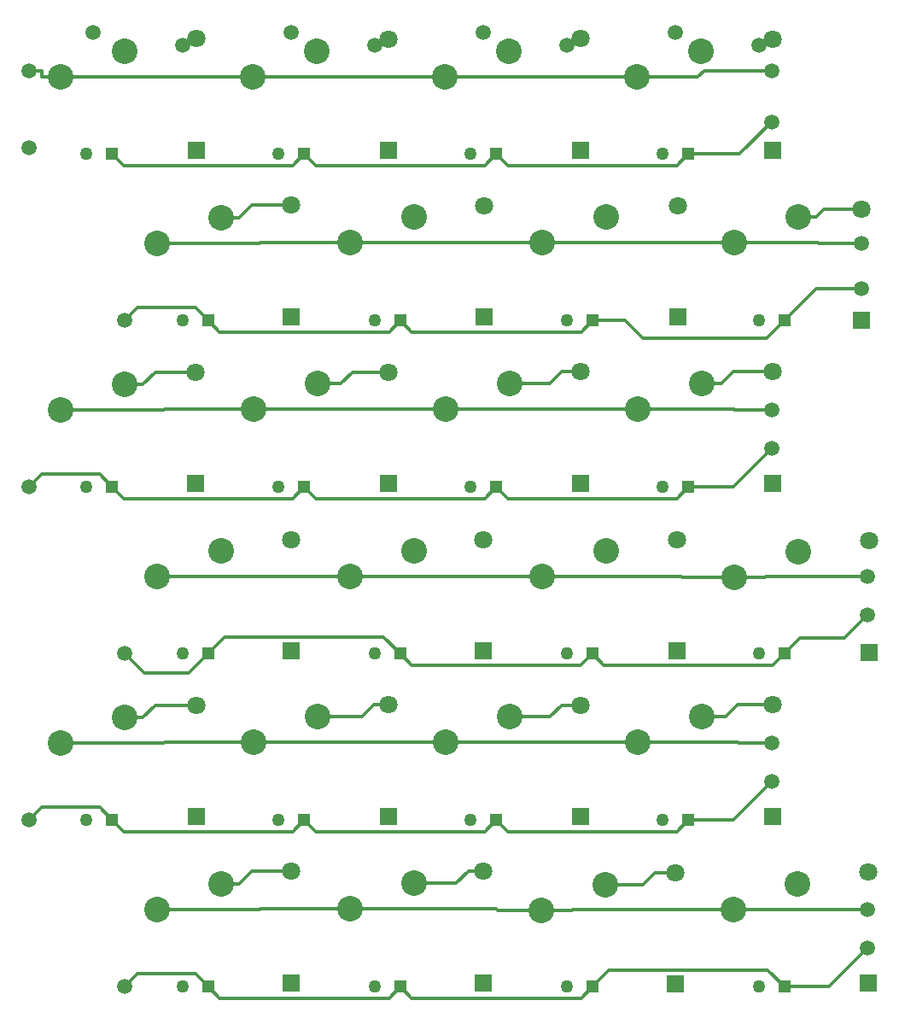
<source format=gtl>
G04 DipTrace 2.1.9.2*
%INTop.gbr*%
%MOIN*%
%ADD10C,0.0098*%
%ADD11C,0.006*%
%ADD12C,0.003*%
%ADD13C,0.013*%
%ADD14C,0.1*%
%ADD15R,0.0709X0.0709*%
%ADD16C,0.0709*%
%ADD17C,0.05*%
%ADD18R,0.05X0.05*%
%ADD19C,0.0591*%
%ADD20C,0.157*%
%ADD21C,0.067*%
%ADD22C,0.0472*%
%ADD23C,0.028*%
%ADD24C,0.0354*%
%ADD25C,0.008*%
%ADD26C,0.0511*%
%ADD27R,0.058X0.058*%
%ADD28R,0.042X0.042*%
%ADD29C,0.058*%
%ADD30C,0.042*%
%ADD31C,0.0789*%
%ADD32C,0.0629*%
%ADD33R,0.0789X0.0789*%
%ADD34R,0.0629X0.0629*%
%ADD35C,0.108*%
%ADD36C,0.092*%
%ADD37C,0.0077*%
%FSLAX44Y44*%
%SFA1B1*%
%OFA0B0*%
G04*
G70*
G90*
G75*
G01*
%LNTop*%
%LPD*%
X500Y37000D2*
D13*
X990D1*
Y36750D1*
X1750D1*
X24250D2*
X26605D1*
X26855Y37000D1*
X29500D1*
X16750Y36750D2*
X24250D1*
X9250D2*
X16750D1*
X1750D2*
X9250D1*
X8000Y31250D2*
X8695D1*
X9195Y31750D1*
X10750D1*
X4250Y24750D2*
X4945D1*
X5420Y25225D1*
X7000D1*
X4250Y11750D2*
X4945D1*
X5420Y12225D1*
X7025D1*
X8000Y5250D2*
X8695D1*
X9195Y5750D1*
X10750D1*
X30525Y31275D2*
X31220D1*
X31545Y31600D1*
X33000D1*
X11775Y24775D2*
X12675D1*
X13126Y25225D1*
X14550D1*
X19275Y24775D2*
X20829D1*
X21305Y25250D1*
X22050D1*
X26775Y24775D2*
X27537D1*
X28013Y25250D1*
X29525D1*
X11775Y11775D2*
X13503D1*
X13978Y12250D1*
X14550D1*
X19275Y11775D2*
X20837D1*
X21287Y12225D1*
X22025D1*
X26775Y11775D2*
X27686D1*
X28161Y12250D1*
X29525D1*
X15525Y5275D2*
X17178D1*
X17653Y5750D1*
X18225D1*
X23000Y5225D2*
X24454D1*
X24930Y5700D1*
X25725D1*
X33000Y30250D2*
X31326D1*
X31301Y30275D1*
X28025D1*
X13025D2*
X9543D1*
X9518Y30250D1*
X5500D1*
X20525Y30275D2*
X13025D1*
X28025D2*
X20525D1*
X29500Y23750D2*
X28048D1*
X28023Y23775D1*
X24275D1*
X9275D2*
X5793D1*
X5768Y23750D1*
X1750D1*
X16775Y23775D2*
X9275D1*
X24275D2*
X16775D1*
X5500Y17250D2*
X13025D1*
X28025Y17225D2*
X29227D1*
X29252Y17250D1*
X33250D1*
X20525D2*
X25984D1*
X26009Y17225D1*
X28025D1*
X13025Y17250D2*
X20525D1*
X29500Y10750D2*
X28196D1*
X28171Y10775D1*
X24275D1*
X9275D2*
X5793D1*
X5768Y10750D1*
X1750D1*
X16775Y10775D2*
X9275D1*
X24275D2*
X16775D1*
X5500Y4250D2*
X9518D1*
X9543Y4275D1*
X13025D1*
X28000Y4250D2*
X33250D1*
X20500Y4225D2*
X21702D1*
X21727Y4250D1*
X28000D1*
X13025Y4275D2*
X18749D1*
X18799Y4225D1*
X20500D1*
X3750Y33750D2*
X4195Y33305D1*
X10805D1*
X11250Y33750D1*
X26250D2*
X28250D1*
X29500Y35000D1*
X18750Y33750D2*
X19195Y33305D1*
X25805D1*
X26250Y33750D1*
X11250D2*
X11695Y33305D1*
X18305D1*
X18750Y33750D1*
X4250Y27250D2*
X4740Y27740D1*
X7010D1*
X7500Y27250D1*
X30000D2*
X31250Y28500D1*
X33000D1*
X22500Y27250D2*
X23772D1*
X24477Y26545D1*
X29295D1*
X30000Y27250D1*
X15000D2*
X15445Y26805D1*
X22055D1*
X22500Y27250D1*
X7500D2*
X7945Y26805D1*
X14555D1*
X15000Y27250D1*
X500Y20750D2*
X990Y21240D1*
X3260D1*
X3750Y20750D1*
X26250D2*
X28000D1*
X29500Y22250D1*
X18750Y20750D2*
X19195Y20305D1*
X25805D1*
X26250Y20750D1*
X11250D2*
X11695Y20305D1*
X18305D1*
X18750Y20750D1*
X3750D2*
X4195Y20305D1*
X10805D1*
X11250Y20750D1*
X4250Y14250D2*
X5000Y13500D1*
X6750D1*
X7500Y14250D1*
X30000D2*
X30599Y14849D1*
X32349D1*
X33250Y15750D1*
X22500Y14250D2*
X22949Y13801D1*
X29551D1*
X30000Y14250D1*
X15000D2*
X15449Y13801D1*
X22051D1*
X22500Y14250D1*
X7500D2*
X8149Y14899D1*
X14351D1*
X15000Y14250D1*
X500Y7750D2*
X990Y8240D1*
X3260D1*
X3750Y7750D1*
X26250D2*
X28000D1*
X29500Y9250D1*
X18750Y7750D2*
X19195Y7305D1*
X25805D1*
X26250Y7750D1*
X11250D2*
X11695Y7305D1*
X18305D1*
X18750Y7750D1*
X3750D2*
X4195Y7305D1*
X10805D1*
X11250Y7750D1*
X4250Y1250D2*
X4740Y1740D1*
X7010D1*
X7500Y1250D1*
X30000D2*
X31750D1*
X33250Y2750D1*
X22500Y1250D2*
X23149Y1899D1*
X29351D1*
X30000Y1250D1*
X15000D2*
X15445Y805D1*
X22055D1*
X22500Y1250D1*
X7500D2*
X7945Y805D1*
X14555D1*
X15000Y1250D1*
D14*
X1750Y36750D3*
X4250Y37750D3*
X9250Y36750D3*
X11750Y37750D3*
X16750Y36750D3*
X19250Y37750D3*
X24250Y36750D3*
X26750Y37750D3*
D15*
X7050Y33900D3*
D16*
Y38250D3*
D15*
X14525Y33875D3*
D16*
Y38225D3*
D15*
X22025Y33900D3*
D16*
Y38250D3*
D15*
X29525Y33875D3*
D16*
Y38225D3*
D14*
X5500Y30250D3*
X8000Y31250D3*
X13025Y30275D3*
X15525Y31275D3*
X20525Y30275D3*
X23025Y31275D3*
X28025Y30275D3*
X30525Y31275D3*
D15*
X10750Y27400D3*
D16*
Y31750D3*
D15*
X18275Y27375D3*
D16*
Y31725D3*
D15*
X25825Y27375D3*
D16*
Y31725D3*
D15*
X33000Y27250D3*
D16*
Y31600D3*
D14*
X1750Y23750D3*
X4250Y24750D3*
X9275Y23775D3*
X11775Y24775D3*
X16775Y23775D3*
X19275Y24775D3*
X24275Y23775D3*
X26775Y24775D3*
D15*
X7000Y20875D3*
D16*
Y25225D3*
D15*
X14550Y20875D3*
D16*
Y25225D3*
D15*
X22050Y20900D3*
D16*
Y25250D3*
D15*
X29525Y20900D3*
D16*
Y25250D3*
D14*
X5500Y17250D3*
X8000Y18250D3*
X13025Y17250D3*
X15525Y18250D3*
X20525Y17250D3*
X23025Y18250D3*
X28025Y17225D3*
X30525Y18225D3*
D15*
X10750Y14350D3*
D16*
Y18700D3*
D15*
X18225Y14350D3*
D16*
Y18700D3*
D15*
X25800Y14350D3*
D16*
Y18700D3*
D15*
X33300Y14300D3*
D16*
Y18650D3*
D14*
X1750Y10750D3*
X4250Y11750D3*
X9275Y10775D3*
X11775Y11775D3*
X16775Y10775D3*
X19275Y11775D3*
X24275Y10775D3*
X26775Y11775D3*
D15*
X7025Y7875D3*
D16*
Y12225D3*
D15*
X14550Y7900D3*
D16*
Y12250D3*
D15*
X22025Y7875D3*
D16*
Y12225D3*
D15*
X29525Y7900D3*
D16*
Y12250D3*
D14*
X5500Y4250D3*
X8000Y5250D3*
X13025Y4275D3*
X15525Y5275D3*
X20500Y4225D3*
X23000Y5225D3*
X28000Y4250D3*
X30500Y5250D3*
D15*
X10750Y1400D3*
D16*
Y5750D3*
D15*
X18225Y1400D3*
D16*
Y5750D3*
D15*
X25725Y1350D3*
D16*
Y5700D3*
D15*
X33275Y1375D3*
D16*
Y5725D3*
D17*
X2750Y33750D3*
D18*
X3750D3*
D17*
X10250D3*
D18*
X11250D3*
D17*
X17750D3*
D18*
X18750D3*
D17*
X25250D3*
D18*
X26250D3*
D17*
X6500Y27250D3*
D18*
X7500D3*
D17*
X14000D3*
D18*
X15000D3*
D17*
X21500D3*
D18*
X22500D3*
D17*
X29000D3*
D18*
X30000D3*
D17*
X2750Y20750D3*
D18*
X3750D3*
D17*
X10250D3*
D18*
X11250D3*
D17*
X17750D3*
D18*
X18750D3*
D17*
X25250D3*
D18*
X26250D3*
D17*
X6500Y14250D3*
D18*
X7500D3*
D17*
X14000D3*
D18*
X15000D3*
D17*
X21500D3*
D18*
X22500D3*
D17*
X29000D3*
D18*
X30000D3*
D17*
X2750Y7750D3*
D18*
X3750D3*
D17*
X10250D3*
D18*
X11250D3*
D17*
X17750D3*
D18*
X18750D3*
D17*
X25250D3*
D18*
X26250D3*
D17*
X6500Y1250D3*
D18*
X7500D3*
D17*
X14000D3*
D18*
X15000D3*
D17*
X21500D3*
D18*
X22500D3*
D17*
X29000D3*
D18*
X30000D3*
D19*
X6500Y38000D3*
X14000D3*
X21500D3*
X29000D3*
X500Y37000D3*
X29500D3*
X500Y34000D3*
X3000Y38500D3*
X10750D3*
X18250D3*
X25750D3*
X4250Y27250D3*
X500Y20750D3*
X4250Y14250D3*
X500Y7750D3*
X4250Y1250D3*
X33000Y30250D3*
X29500Y23750D3*
X33250Y17250D3*
X29500Y10750D3*
X33250Y4250D3*
X29500Y35000D3*
X33000Y28500D3*
X29500Y22250D3*
X33250Y15750D3*
X29500Y9250D3*
X33250Y2750D3*
M02*

</source>
